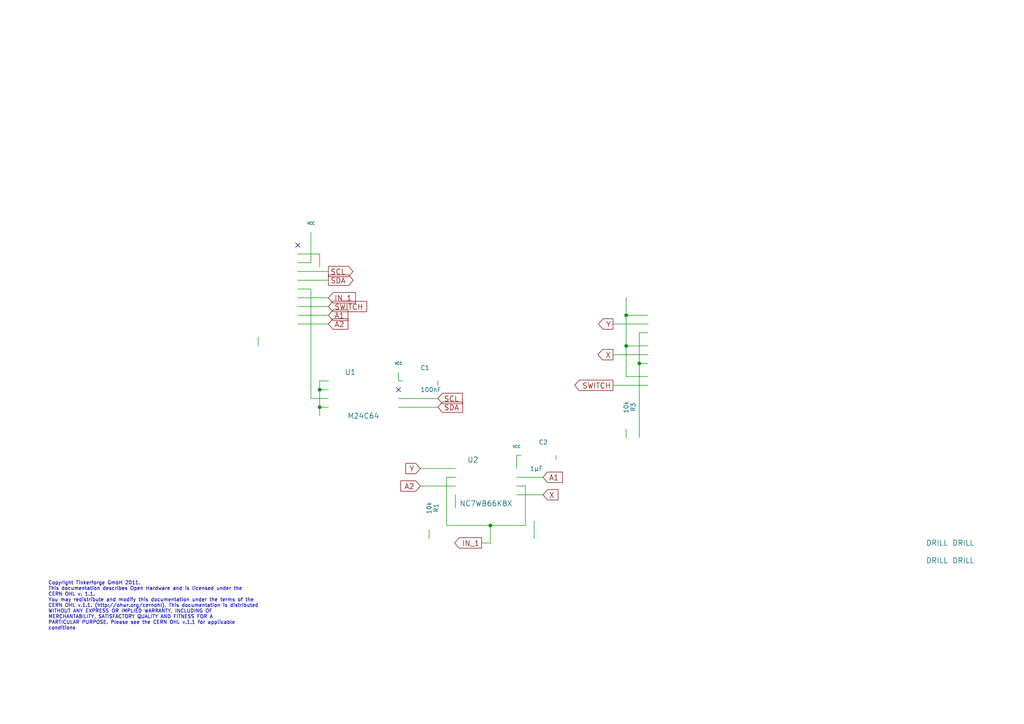
<source format=kicad_sch>
(kicad_sch (version 20230121) (generator eeschema)
  (paper "A4")
  (title_block (title "Joystick Bricklet") (date "14 jan 2013") (rev "1.2") (company "Tinkerforge GmbH") (comment 1 "Licensed under CERN OHL v.1.1") (comment 2 "Copyright (©) 2011, B.Nordmeyer <bastian@tinkerforge.com>"))
  (lib_symbols)
  (junction (at 92.71 118.11))
  (junction (at 181.61 91.44))
  (junction (at 142.24 152.4))
  (junction (at 181.61 100.33))
  (junction (at 185.42 105.41))
  (junction (at 92.71 113.03))
  (no_connect (at 115.57 113.03))
  (no_connect (at 86.36 71.12))
  (wire (pts (xy 177.8 111.76) (xy 187.96 111.76)))
  (wire (pts (xy 177.8 93.98) (xy 187.96 93.98)))
  (wire (pts (xy 86.36 81.28) (xy 95.25 81.28)))
  (wire (pts (xy 115.57 118.11) (xy 127 118.11)))
  (wire (pts (xy 187.96 91.44) (xy 181.61 91.44)))
  (wire (pts (xy 185.42 127) (xy 185.42 105.41)))
  (wire (pts (xy 115.57 115.57) (xy 127 115.57)))
  (wire (pts (xy 115.57 110.49) (xy 115.57 107.95)))
  (wire (pts (xy 90.17 67.31) (xy 90.17 76.2)))
  (wire (pts (xy 181.61 100.33) (xy 181.61 109.22)))
  (wire (pts (xy 181.61 109.22) (xy 187.96 109.22)))
  (wire (pts (xy 181.61 86.36) (xy 181.61 91.44)))
  (wire (pts (xy 124.46 156.21) (xy 124.46 153.67)))
  (wire (pts (xy 161.29 133.35) (xy 161.29 132.08)))
  (wire (pts (xy 142.24 157.48) (xy 142.24 152.4)))
  (wire (pts (xy 86.36 86.36) (xy 95.25 86.36)))
  (wire (pts (xy 86.36 91.44) (xy 95.25 91.44)))
  (wire (pts (xy 187.96 100.33) (xy 181.61 100.33)))
  (wire (pts (xy 129.54 152.4) (xy 142.24 152.4)))
  (wire (pts (xy 127 111.76) (xy 127 110.49)))
  (wire (pts (xy 181.61 127) (xy 181.61 124.46)))
  (wire (pts (xy 74.93 100.33) (xy 74.93 97.79)))
  (wire (pts (xy 152.4 152.4) (xy 152.4 140.97)))
  (wire (pts (xy 177.8 102.87) (xy 187.96 102.87)))
  (wire (pts (xy 90.17 76.2) (xy 86.36 76.2)))
  (wire (pts (xy 92.71 113.03) (xy 92.71 110.49)))
  (wire (pts (xy 86.36 78.74) (xy 95.25 78.74)))
  (wire (pts (xy 86.36 93.98) (xy 95.25 93.98)))
  (wire (pts (xy 151.13 132.08) (xy 149.86 132.08)))
  (wire (pts (xy 121.92 135.89) (xy 132.08 135.89)))
  (wire (pts (xy 116.84 110.49) (xy 115.57 110.49)))
  (wire (pts (xy 152.4 140.97) (xy 149.86 140.97)))
  (wire (pts (xy 129.54 152.4) (xy 129.54 138.43)))
  (wire (pts (xy 142.24 152.4) (xy 152.4 152.4)))
  (wire (pts (xy 86.36 73.66) (xy 92.71 73.66)))
  (wire (pts (xy 185.42 105.41) (xy 185.42 96.52)))
  (wire (pts (xy 92.71 118.11) (xy 95.25 118.11)))
  (wire (pts (xy 92.71 110.49) (xy 95.25 110.49)))
  (wire (pts (xy 90.17 115.57) (xy 90.17 83.82)))
  (wire (pts (xy 149.86 143.51) (xy 157.48 143.51)))
  (wire (pts (xy 149.86 138.43) (xy 157.48 138.43)))
  (wire (pts (xy 86.36 88.9) (xy 95.25 88.9)))
  (wire (pts (xy 185.42 96.52) (xy 187.96 96.52)))
  (wire (pts (xy 181.61 91.44) (xy 181.61 100.33)))
  (wire (pts (xy 92.71 73.66) (xy 92.71 77.47)))
  (wire (pts (xy 154.94 156.21) (xy 154.94 151.13)))
  (wire (pts (xy 92.71 113.03) (xy 95.25 113.03)))
  (wire (pts (xy 185.42 105.41) (xy 187.96 105.41)))
  (wire (pts (xy 90.17 83.82) (xy 86.36 83.82)))
  (wire (pts (xy 149.86 132.08) (xy 149.86 135.89)))
  (wire (pts (xy 132.08 147.32) (xy 132.08 143.51)))
  (wire (pts (xy 92.71 118.11) (xy 92.71 113.03)))
  (wire (pts (xy 129.54 138.43) (xy 132.08 138.43)))
  (wire (pts (xy 121.92 140.97) (xy 132.08 140.97)))
  (wire (pts (xy 92.71 120.65) (xy 92.71 118.11)))
  (wire (pts (xy 139.7 157.48) (xy 142.24 157.48)))
  (wire (pts (xy 95.25 115.57) (xy 90.17 115.57)))
  (text "Copyright Tinkerforge GmbH 2011.\nThis documentation describes Open Hardware and is licensed under the\nCERN OHL v. 1.1.\nYou may redistribute and modify this documentation under the terms of the\nCERN OHL v.1.1. (http://ohwr.org/cernohl). This documentation is distributed\nWITHOUT ANY EXPRESS OR IMPLIED WARRANTY, INCLUDING OF\nMERCHANTABILITY, SATISFACTORY QUALITY AND FITNESS FOR A\nPARTICULAR PURPOSE. Please see the CERN OHL v.1.1 for applicable\nconditions\n" (at 13.97 182.88 0) (effects (font (size 1.016 1.016)) (justify left bottom)))
  (global_label "X" (shape output) (at 177.8 102.87 180) (effects (font (size 1.524 1.524))) (property "Intersheetrefs" "${INTERSHEET_REFS}" (effects hide)))
  (global_label "SWITCH" (shape output) (at 177.8 111.76 180) (effects (font (size 1.524 1.524))) (property "Intersheetrefs" "${INTERSHEET_REFS}" (effects hide)))
  (global_label "IN_1" (shape output) (at 139.7 157.48 180) (effects (font (size 1.524 1.524))) (property "Intersheetrefs" "${INTERSHEET_REFS}" (effects hide)))
  (global_label "SCL" (shape output) (at 95.25 78.74 0) (effects (font (size 1.524 1.524))) (property "Intersheetrefs" "${INTERSHEET_REFS}" (effects hide)))
  (global_label "Y" (shape input) (at 121.92 135.89 180) (effects (font (size 1.524 1.524))) (property "Intersheetrefs" "${INTERSHEET_REFS}" (effects hide)))
  (global_label "A1" (shape input) (at 95.25 91.44 0) (effects (font (size 1.524 1.524))) (property "Intersheetrefs" "${INTERSHEET_REFS}" (effects hide)))
  (global_label "A2" (shape input) (at 121.92 140.97 180) (effects (font (size 1.524 1.524))) (property "Intersheetrefs" "${INTERSHEET_REFS}" (effects hide)))
  (global_label "SCL" (shape input) (at 127 115.57 0) (effects (font (size 1.524 1.524))) (property "Intersheetrefs" "${INTERSHEET_REFS}" (effects hide)))
  (global_label "SDA" (shape output) (at 95.25 81.28 0) (effects (font (size 1.524 1.524))) (property "Intersheetrefs" "${INTERSHEET_REFS}" (effects hide)))
  (global_label "SDA" (shape input) (at 127 118.11 0) (effects (font (size 1.524 1.524))) (property "Intersheetrefs" "${INTERSHEET_REFS}" (effects hide)))
  (global_label "A2" (shape input) (at 95.25 93.98 0) (effects (font (size 1.524 1.524))) (property "Intersheetrefs" "${INTERSHEET_REFS}" (effects hide)))
  (global_label "IN_1" (shape input) (at 95.25 86.36 0) (effects (font (size 1.524 1.524))) (property "Intersheetrefs" "${INTERSHEET_REFS}" (effects hide)))
  (global_label "X" (shape input) (at 157.48 143.51 0) (effects (font (size 1.524 1.524))) (property "Intersheetrefs" "${INTERSHEET_REFS}" (effects hide)))
  (global_label "SWITCH" (shape input) (at 95.25 88.9 0) (effects (font (size 1.524 1.524))) (property "Intersheetrefs" "${INTERSHEET_REFS}" (effects hide)))
  (global_label "Y" (shape output) (at 177.8 93.98 180) (effects (font (size 1.524 1.524))) (property "Intersheetrefs" "${INTERSHEET_REFS}" (effects hide)))
  (global_label "A1" (shape input) (at 157.48 138.43 0) (effects (font (size 1.524 1.524))) (property "Intersheetrefs" "${INTERSHEET_REFS}" (effects hide)))
  (symbol (lib_id "CON-SENSOR") (at 74.93 82.55 0) (mirror y) (unit 1)
    (property "Reference" "P1" (at 81.28 68.58 0) (effects (font (size 1.524 1.524))))
    (property "Value" "CON-SENSOR" (at 69.85 82.55 90) (effects (font (size 1.524 1.524))))
    (property "Footprint" "CON-SENSOR" (effects hide))
  )
  (symbol (lib_id "GND") (at 74.93 100.33 0) (unit 1)
    (property "Reference" "#PWR014" (effects hide))
    (property "Value" "GND" (effects hide))
  )
  (symbol (lib_id "GND") (at 92.71 77.47 0) (unit 1)
    (property "Reference" "#PWR013" (effects hide))
    (property "Value" "GND" (effects hide))
  )
  (symbol (lib_id "VCC") (at 90.17 67.31 0) (unit 1)
    (property "Reference" "#PWR012" (effects hide))
    (property "Value" "VCC" (at 90.17 64.77 0) (effects (font (size 0.762 0.762))))
  )
  (symbol (lib_id "CAT24C") (at 105.41 120.65 0) (unit 1)
    (property "Reference" "U1" (at 101.6 107.95 0) (effects (font (size 1.524 1.524))))
    (property "Value" "M24C64" (at 105.41 120.65 0) (effects (font (size 1.524 1.524))))
    (property "Footprint" "TSSOP8" (effects hide))
  )
  (symbol (lib_id "GND") (at 92.71 120.65 0) (unit 1)
    (property "Reference" "#PWR011" (effects hide))
    (property "Value" "GND" (effects hide))
  )
  (symbol (lib_id "VCC") (at 115.57 107.95 0) (unit 1)
    (property "Reference" "#PWR010" (effects hide))
    (property "Value" "VCC" (at 115.57 105.41 0) (effects (font (size 0.762 0.762))))
  )
  (symbol (lib_id "DRILL") (at 279.4 157.48 0) (unit 1)
    (property "Reference" "U6" (effects hide))
    (property "Value" "DRILL" (at 279.4 157.48 0) (effects (font (size 1.524 1.524))))
    (property "Footprint" "DRILL_NP" (effects hide))
  )
  (symbol (lib_id "DRILL") (at 279.4 162.56 0) (unit 1)
    (property "Reference" "U7" (effects hide))
    (property "Value" "DRILL" (at 279.4 162.56 0) (effects (font (size 1.524 1.524))))
    (property "Footprint" "DRILL_NP" (effects hide))
  )
  (symbol (lib_id "DRILL") (at 271.78 162.56 0) (unit 1)
    (property "Reference" "U5" (effects hide))
    (property "Value" "DRILL" (at 271.78 162.56 0) (effects (font (size 1.524 1.524))))
    (property "Footprint" "DRILL_NP" (effects hide))
  )
  (symbol (lib_id "DRILL") (at 271.78 157.48 0) (unit 1)
    (property "Reference" "U4" (effects hide))
    (property "Value" "DRILL" (at 271.78 157.48 0) (effects (font (size 1.524 1.524))))
    (property "Footprint" "DRILL_NP" (effects hide))
  )
  (symbol (lib_id "C") (at 121.92 110.49 270) (unit 1)
    (property "Reference" "C1" (at 121.92 106.68 90) (effects (justify left)))
    (property "Value" "100nF" (at 121.92 113.03 90) (effects (justify left)))
    (property "Footprint" "C0603" (effects hide))
  )
  (symbol (lib_id "GND") (at 127 111.76 0) (unit 1)
    (property "Reference" "#PWR09" (effects hide))
    (property "Value" "GND" (effects hide))
  )
  (symbol (lib_id "JOYSTICK_BUTTON") (at 204.47 101.6 0) (unit 1)
    (property "Reference" "U3" (at 194.31 87.63 0) (effects (font (size 1.524 1.524))))
    (property "Value" "JOYSTICK_BUTTON" (at 204.47 113.03 0) (effects (font (size 1.524 1.524))))
    (property "Footprint" "JOYSTICK_BUTTON" (effects hide))
  )
  (symbol (lib_id "R") (at 181.61 118.11 0) (unit 1)
    (property "Reference" "R3" (at 183.642 118.11 90))
    (property "Value" "10k" (at 181.61 118.11 90))
    (property "Footprint" "R0603" (effects hide))
  )
  (symbol (lib_id "GND") (at 181.61 127 0) (unit 1)
    (property "Reference" "#PWR08" (effects hide))
    (property "Value" "GND" (effects hide))
  )
  (symbol (lib_id "VCC") (at 181.61 86.36 0) (unit 1)
    (property "Reference" "#PWR07" (effects hide))
    (property "Value" "VCC" (at 181.61 83.82 0) (effects (font (size 0.762 0.762))))
  )
  (symbol (lib_id "GND") (at 185.42 127 0) (unit 1)
    (property "Reference" "#PWR06" (effects hide))
    (property "Value" "GND" (effects hide))
  )
  (symbol (lib_id "ANALOG_SWITCH") (at 140.97 139.7 0) (unit 1)
    (property "Reference" "U2" (at 137.16 133.35 0) (effects (font (size 1.524 1.524))))
    (property "Value" "NC7WB66K8X" (at 140.97 146.05 0) (effects (font (size 1.524 1.524))))
    (property "Footprint" "VSSOP8" (effects hide))
  )
  (symbol (lib_id "GND") (at 132.08 147.32 0) (unit 1)
    (property "Reference" "#PWR05" (effects hide))
    (property "Value" "GND" (effects hide))
  )
  (symbol (lib_id "VCC") (at 149.86 132.08 0) (unit 1)
    (property "Reference" "#PWR04" (effects hide))
    (property "Value" "VCC" (at 149.86 129.54 0) (effects (font (size 0.762 0.762))))
  )
  (symbol (lib_id "R") (at 154.94 144.78 0) (unit 1)
    (property "Reference" "R2" (at 157.48 146.05 90))
    (property "Value" "10k" (at 154.94 146.05 90))
    (property "Footprint" "R0603" (effects hide))
  )
  (symbol (lib_id "R") (at 124.46 147.32 0) (unit 1)
    (property "Reference" "R1" (at 126.492 147.32 90))
    (property "Value" "10k" (at 124.46 147.32 90))
    (property "Footprint" "R0603" (effects hide))
  )
  (symbol (lib_id "GND") (at 124.46 156.21 0) (unit 1)
    (property "Reference" "#PWR03" (effects hide))
    (property "Value" "GND" (effects hide))
  )
  (symbol (lib_id "GND") (at 154.94 156.21 0) (unit 1)
    (property "Reference" "#PWR02" (effects hide))
    (property "Value" "GND" (effects hide))
  )
  (symbol (lib_id "C") (at 156.21 132.08 270) (unit 1)
    (property "Reference" "C2" (at 156.21 128.27 90) (effects (justify left)))
    (property "Value" "1µF" (at 153.67 135.89 90) (effects (justify left)))
    (property "Footprint" "C0603" (effects hide))
  )
  (symbol (lib_id "GND") (at 161.29 133.35 0) (unit 1)
    (property "Reference" "#PWR01" (effects hide))
    (property "Value" "GND" (effects hide))
  )
)
</source>
